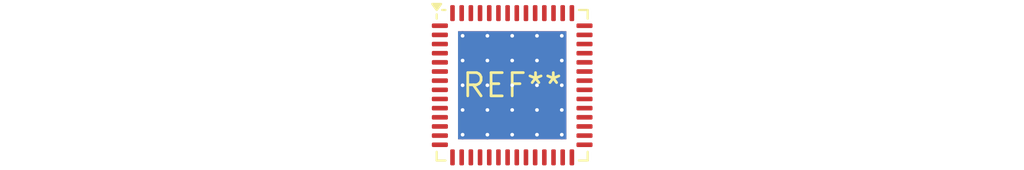
<source format=kicad_pcb>
(kicad_pcb (version 20240108) (generator pcbnew)
  (layers (0 "F.Cu" signal) (31 "B.Cu" signal) (34 "B.Paste" user) (35 "F.Paste" user) (36 "B.SilkS" user "B.Silkscreen") (37 "F.SilkS" user "F.Silkscreen") (38 "B.Mask" user) (39 "F.Mask" user) (44 "Edge.Cuts" user))
  (net 0 "")
  (footprint "QFN-56-1EP_8x8mm_P0.5mm_EP5.9x5.9mm_ThermalVias" (layer "F.Cu") (at 0 0)
    (property "Reference" "REF**")
    (property "Value" "QFN-56-1EP_8x8mm_P0.5mm_EP5.9x5.9mm_ThermalVias")
    (fp_line (start -4.11 -3.635) (end -4.11 -3.87) (layer "F.SilkS") (stroke (width 0.12)))
    (fp_line (start -4.11 4.11) (end -4.11 3.635) (layer "F.SilkS") (stroke (width 0.12)))
    (fp_line (start -3.635 -4.11) (end -3.81 -4.11) (layer "F.SilkS") (stroke (width 0.12)))
    (fp_line (start -3.635 4.11) (end -4.11 4.11) (layer "F.SilkS") (stroke (width 0.12)))
    (fp_line (start 3.635 -4.11) (end 4.11 -4.11) (layer "F.SilkS") (stroke (width 0.12)))
    (fp_line (start 3.635 4.11) (end 4.11 4.11) (layer "F.SilkS") (stroke (width 0.12)))
    (fp_line (start 4.11 -4.11) (end 4.11 -3.635) (layer "F.SilkS") (stroke (width 0.12)))
    (fp_line (start 4.11 4.11) (end 4.11 3.635) (layer "F.SilkS") (stroke (width 0.12)))
    (fp_poly (pts (xy -4.11 -4.11) (xy -4.35 -4.44) (xy -3.87 -4.44) (xy -4.11 -4.11)) (layer "F.SilkS") (stroke (width 0.12)) (fill solid))
    (pad "1" smd roundrect (at -3.9375 -3.25) (size 0.875 0.25) (layers "F.Cu" "F.Paste" "F.Mask"))
    (pad "2" smd roundrect (at -3.9375 -2.75) (size 0.875 0.25) (layers "F.Cu" "F.Paste" "F.Mask"))
    (pad "3" smd roundrect (at -3.9375 -2.25) (size 0.875 0.25) (layers "F.Cu" "F.Paste" "F.Mask"))
    (pad "4" smd roundrect (at -3.9375 -1.75) (size 0.875 0.25) (layers "F.Cu" "F.Paste" "F.Mask"))
    (pad "5" smd roundrect (at -3.9375 -1.25) (size 0.875 0.25) (layers "F.Cu" "F.Paste" "F.Mask"))
    (pad "6" smd roundrect (at -3.9375 -0.75) (size 0.875 0.25) (layers "F.Cu" "F.Paste" "F.Mask"))
    (pad "7" smd roundrect (at -3.9375 -0.25) (size 0.875 0.25) (layers "F.Cu" "F.Paste" "F.Mask"))
    (pad "8" smd roundrect (at -3.9375 0.25) (size 0.875 0.25) (layers "F.Cu" "F.Paste" "F.Mask"))
    (pad "9" smd roundrect (at -3.9375 0.75) (size 0.875 0.25) (layers "F.Cu" "F.Paste" "F.Mask"))
    (pad "10" smd roundrect (at -3.9375 1.25) (size 0.875 0.25) (layers "F.Cu" "F.Paste" "F.Mask"))
    (pad "11" smd roundrect (at -3.9375 1.75) (size 0.875 0.25) (layers "F.Cu" "F.Paste" "F.Mask"))
    (pad "12" smd roundrect (at -3.9375 2.25) (size 0.875 0.25) (layers "F.Cu" "F.Paste" "F.Mask"))
    (pad "13" smd roundrect (at -3.9375 2.75) (size 0.875 0.25) (layers "F.Cu" "F.Paste" "F.Mask"))
    (pad "14" smd roundrect (at -3.9375 3.25) (size 0.875 0.25) (layers "F.Cu" "F.Paste" "F.Mask"))
    (pad "15" smd roundrect (at -3.25 3.9375) (size 0.25 0.875) (layers "F.Cu" "F.Paste" "F.Mask"))
    (pad "16" smd roundrect (at -2.75 3.9375) (size 0.25 0.875) (layers "F.Cu" "F.Paste" "F.Mask"))
    (pad "17" smd roundrect (at -2.25 3.9375) (size 0.25 0.875) (layers "F.Cu" "F.Paste" "F.Mask"))
    (pad "18" smd roundrect (at -1.75 3.9375) (size 0.25 0.875) (layers "F.Cu" "F.Paste" "F.Mask"))
    (pad "19" smd roundrect (at -1.25 3.9375) (size 0.25 0.875) (layers "F.Cu" "F.Paste" "F.Mask"))
    (pad "20" smd roundrect (at -0.75 3.9375) (size 0.25 0.875) (layers "F.Cu" "F.Paste" "F.Mask"))
    (pad "21" smd roundrect (at -0.25 3.9375) (size 0.25 0.875) (layers "F.Cu" "F.Paste" "F.Mask"))
    (pad "22" smd roundrect (at 0.25 3.9375) (size 0.25 0.875) (layers "F.Cu" "F.Paste" "F.Mask"))
    (pad "23" smd roundrect (at 0.75 3.9375) (size 0.25 0.875) (layers "F.Cu" "F.Paste" "F.Mask"))
    (pad "24" smd roundrect (at 1.25 3.9375) (size 0.25 0.875) (layers "F.Cu" "F.Paste" "F.Mask"))
    (pad "25" smd roundrect (at 1.75 3.9375) (size 0.25 0.875) (layers "F.Cu" "F.Paste" "F.Mask"))
    (pad "26" smd roundrect (at 2.25 3.9375) (size 0.25 0.875) (layers "F.Cu" "F.Paste" "F.Mask"))
    (pad "27" smd roundrect (at 2.75 3.9375) (size 0.25 0.875) (layers "F.Cu" "F.Paste" "F.Mask"))
    (pad "28" smd roundrect (at 3.25 3.9375) (size 0.25 0.875) (layers "F.Cu" "F.Paste" "F.Mask"))
    (pad "29" smd roundrect (at 3.9375 3.25) (size 0.875 0.25) (layers "F.Cu" "F.Paste" "F.Mask"))
    (pad "30" smd roundrect (at 3.9375 2.75) (size 0.875 0.25) (layers "F.Cu" "F.Paste" "F.Mask"))
    (pad "31" smd roundrect (at 3.9375 2.25) (size 0.875 0.25) (layers "F.Cu" "F.Paste" "F.Mask"))
    (pad "32" smd roundrect (at 3.9375 1.75) (size 0.875 0.25) (layers "F.Cu" "F.Paste" "F.Mask"))
    (pad "33" smd roundrect (at 3.9375 1.25) (size 0.875 0.25) (layers "F.Cu" "F.Paste" "F.Mask"))
    (pad "34" smd roundrect (at 3.9375 0.75) (size 0.875 0.25) (layers "F.Cu" "F.Paste" "F.Mask"))
    (pad "35" smd roundrect (at 3.9375 0.25) (size 0.875 0.25) (layers "F.Cu" "F.Paste" "F.Mask"))
    (pad "36" smd roundrect (at 3.9375 -0.25) (size 0.875 0.25) (layers "F.Cu" "F.Paste" "F.Mask"))
    (pad "37" smd roundrect (at 3.9375 -0.75) (size 0.875 0.25) (layers "F.Cu" "F.Paste" "F.Mask"))
    (pad "38" smd roundrect (at 3.9375 -1.25) (size 0.875 0.25) (layers "F.Cu" "F.Paste" "F.Mask"))
    (pad "39" smd roundrect (at 3.9375 -1.75) (size 0.875 0.25) (layers "F.Cu" "F.Paste" "F.Mask"))
    (pad "40" smd roundrect (at 3.9375 -2.25) (size 0.875 0.25) (layers "F.Cu" "F.Paste" "F.Mask"))
    (pad "41" smd roundrect (at 3.9375 -2.75) (size 0.875 0.25) (layers "F.Cu" "F.Paste" "F.Mask"))
    (pad "42" smd roundrect (at 3.9375 -3.25) (size 0.875 0.25) (layers "F.Cu" "F.Paste" "F.Mask"))
    (pad "43" smd roundrect (at 3.25 -3.9375) (size 0.25 0.875) (layers "F.Cu" "F.Paste" "F.Mask"))
    (pad "44" smd roundrect (at 2.75 -3.9375) (size 0.25 0.875) (layers "F.Cu" "F.Paste" "F.Mask"))
    (pad "45" smd roundrect (at 2.25 -3.9375) (size 0.25 0.875) (layers "F.Cu" "F.Paste" "F.Mask"))
    (pad "46" smd roundrect (at 1.75 -3.9375) (size 0.25 0.875) (layers "F.Cu" "F.Paste" "F.Mask"))
    (pad "47" smd roundrect (at 1.25 -3.9375) (size 0.25 0.875) (layers "F.Cu" "F.Paste" "F.Mask"))
    (pad "48" smd roundrect (at 0.75 -3.9375) (size 0.25 0.875) (layers "F.Cu" "F.Paste" "F.Mask"))
    (pad "49" smd roundrect (at 0.25 -3.9375) (size 0.25 0.875) (layers "F.Cu" "F.Paste" "F.Mask"))
    (pad "50" smd roundrect (at -0.25 -3.9375) (size 0.25 0.875) (layers "F.Cu" "F.Paste" "F.Mask"))
    (pad "51" smd roundrect (at -0.75 -3.9375) (size 0.25 0.875) (layers "F.Cu" "F.Paste" "F.Mask"))
    (pad "52" smd roundrect (at -1.25 -3.9375) (size 0.25 0.875) (layers "F.Cu" "F.Paste" "F.Mask"))
    (pad "53" smd roundrect (at -1.75 -3.9375) (size 0.25 0.875) (layers "F.Cu" "F.Paste" "F.Mask"))
    (pad "54" smd roundrect (at -2.25 -3.9375) (size 0.25 0.875) (layers "F.Cu" "F.Paste" "F.Mask"))
    (pad "55" smd roundrect (at -2.75 -3.9375) (size 0.25 0.875) (layers "F.Cu" "F.Paste" "F.Mask"))
    (pad "56" smd roundrect (at -3.25 -3.9375) (size 0.25 0.875) (layers "F.Cu" "F.Paste" "F.Mask"))
    (pad "57" thru_hole circle (at -2.7 -2.7) (size 0.5 0.5) (drill 0.2) (property pad_prop_heatsink) (layers *.Cu) (remove_unused_layers))
    (pad "57" thru_hole circle (at -2.7 -1.35) (size 0.5 0.5) (drill 0.2) (property pad_prop_heatsink) (layers *.Cu) (remove_unused_layers))
    (pad "57" thru_hole circle (at -2.7 0) (size 0.5 0.5) (drill 0.2) (property pad_prop_heatsink) (layers *.Cu) (remove_unused_layers))
    (pad "57" thru_hole circle (at -2.7 1.35) (size 0.5 0.5) (drill 0.2) (property pad_prop_heatsink) (layers *.Cu) (remove_unused_layers))
    (pad "57" thru_hole circle (at -2.7 2.7) (size 0.5 0.5) (drill 0.2) (property pad_prop_heatsink) (layers *.Cu) (remove_unused_layers))
    (pad "57" thru_hole circle (at -1.35 -2.7) (size 0.5 0.5) (drill 0.2) (property pad_prop_heatsink) (layers *.Cu) (remove_unused_layers))
    (pad "57" thru_hole circle (at -1.35 -1.35) (size 0.5 0.5) (drill 0.2) (property pad_prop_heatsink) (layers *.Cu) (remove_unused_layers))
    (pad "57" thru_hole circle (at -1.35 0) (size 0.5 0.5) (drill 0.2) (property pad_prop_heatsink) (layers *.Cu) (remove_unused_layers))
    (pad "57" thru_hole circle (at -1.35 1.35) (size 0.5 0.5) (drill 0.2) (property pad_prop_heatsink) (layers *.Cu) (remove_unused_layers))
    (pad "57" thru_hole circle (at -1.35 2.7) (size 0.5 0.5) (drill 0.2) (property pad_prop_heatsink) (layers *.Cu) (remove_unused_layers))
    (pad "57" thru_hole circle (at 0 -2.7) (size 0.5 0.5) (drill 0.2) (property pad_prop_heatsink) (layers *.Cu) (remove_unused_layers))
    (pad "57" thru_hole circle (at 0 -1.35) (size 0.5 0.5) (drill 0.2) (property pad_prop_heatsink) (layers *.Cu) (remove_unused_layers))
    (pad "57" thru_hole circle (at 0 0) (size 0.5 0.5) (drill 0.2) (property pad_prop_heatsink) (layers *.Cu) (remove_unused_layers))
    (pad "57" smd rect (at 0 0) (size 5.9 5.9) (property pad_prop_heatsink) (layers "F.Cu" "F.Mask"))
    (pad "57" smd rect (at 0 0) (size 5.9 5.9) (property pad_prop_heatsink) (layers "B.Cu"))
    (pad "57" thru_hole circle (at 0 1.35) (size 0.5 0.5) (drill 0.2) (property pad_prop_heatsink) (layers *.Cu) (remove_unused_layers))
    (pad "57" thru_hole circle (at 0 2.7) (size 0.5 0.5) (drill 0.2) (property pad_prop_heatsink) (layers *.Cu) (remove_unused_layers))
    (pad "57" thru_hole circle (at 1.35 -2.7) (size 0.5 0.5) (drill 0.2) (property pad_prop_heatsink) (layers *.Cu) (remove_unused_layers))
    (pad "57" thru_hole circle (at 1.35 -1.35) (size 0.5 0.5) (drill 0.2) (property pad_prop_heatsink) (layers *.Cu) (remove_unused_layers))
    (pad "57" thru_hole circle (at 1.35 0) (size 0.5 0.5) (drill 0.2) (property pad_prop_heatsink) (layers *.Cu) (remove_unused_layers))
    (pad "57" thru_hole circle (at 1.35 1.35) (size 0.5 0.5) (drill 0.2) (property pad_prop_heatsink) (layers *.Cu) (remove_unused_layers))
    (pad "57" thru_hole circle (at 1.35 2.7) (size 0.5 0.5) (drill 0.2) (property pad_prop_heatsink) (layers *.Cu) (remove_unused_layers))
    (pad "57" thru_hole circle (at 2.7 -2.7) (size 0.5 0.5) (drill 0.2) (property pad_prop_heatsink) (layers *.Cu) (remove_unused_layers))
    (pad "57" thru_hole circle (at 2.7 -1.35) (size 0.5 0.5) (drill 0.2) (property pad_prop_heatsink) (layers *.Cu) (remove_unused_layers))
    (pad "57" thru_hole circle (at 2.7 0) (size 0.5 0.5) (drill 0.2) (property pad_prop_heatsink) (layers *.Cu) (remove_unused_layers))
    (pad "57" thru_hole circle (at 2.7 1.35) (size 0.5 0.5) (drill 0.2) (property pad_prop_heatsink) (layers *.Cu) (remove_unused_layers))
    (pad "57" thru_hole circle (at 2.7 2.7) (size 0.5 0.5) (drill 0.2) (property pad_prop_heatsink) (layers *.Cu) (remove_unused_layers))
  )
)
</source>
